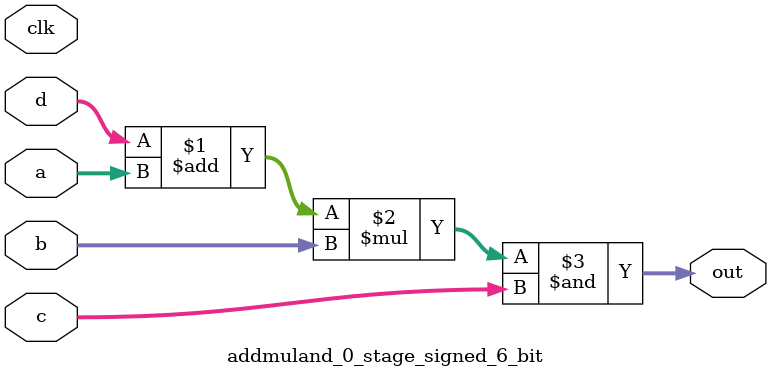
<source format=sv>
(* use_dsp = "yes" *) module addmuland_0_stage_signed_6_bit(
	input signed [5:0] a,
	input signed [5:0] b,
	input signed [5:0] c,
	input signed [5:0] d,
	output [5:0] out,
	input clk);

	assign out = ((d + a) * b) & c;
endmodule

</source>
